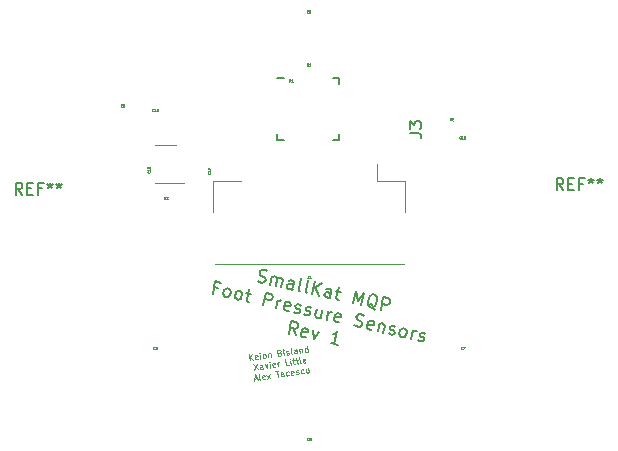
<source format=gbr>
G04 #@! TF.GenerationSoftware,KiCad,Pcbnew,5.0.1-33cea8e~67~ubuntu16.04.1*
G04 #@! TF.CreationDate,2018-10-18T10:50:00-04:00*
G04 #@! TF.ProjectId,MQP Kat Foot Sensors,4D5150204B617420466F6F742053656E,rev?*
G04 #@! TF.SameCoordinates,Original*
G04 #@! TF.FileFunction,Legend,Top*
G04 #@! TF.FilePolarity,Positive*
%FSLAX46Y46*%
G04 Gerber Fmt 4.6, Leading zero omitted, Abs format (unit mm)*
G04 Created by KiCad (PCBNEW 5.0.1-33cea8e~67~ubuntu16.04.1) date Thu 18 Oct 2018 10:50:00 AM EDT*
%MOMM*%
%LPD*%
G01*
G04 APERTURE LIST*
%ADD10C,0.125000*%
%ADD11C,0.200000*%
%ADD12C,0.150000*%
%ADD13C,0.120000*%
%ADD14C,0.050000*%
G04 APERTURE END LIST*
D10*
X-5036184Y-12641619D02*
X-5109225Y-12146983D01*
X-4753534Y-12599881D02*
X-5007259Y-12348535D01*
X-4826576Y-12105245D02*
X-5067487Y-12429632D01*
X-4356593Y-12517198D02*
X-4400223Y-12547708D01*
X-4494439Y-12561621D01*
X-4545026Y-12545023D01*
X-4575536Y-12501393D01*
X-4603361Y-12312960D01*
X-4586764Y-12262374D01*
X-4543134Y-12231864D01*
X-4448917Y-12217951D01*
X-4398331Y-12234549D01*
X-4367820Y-12278179D01*
X-4360864Y-12325287D01*
X-4589449Y-12407177D01*
X-4117574Y-12505970D02*
X-4166268Y-12176213D01*
X-4190615Y-12011334D02*
X-4210691Y-12038367D01*
X-4183659Y-12058442D01*
X-4163583Y-12031410D01*
X-4190615Y-12011334D01*
X-4183659Y-12058442D01*
X-3811370Y-12460754D02*
X-3861957Y-12444156D01*
X-3888989Y-12424081D01*
X-3919499Y-12380451D01*
X-3940368Y-12239126D01*
X-3923771Y-12188540D01*
X-3903695Y-12161507D01*
X-3860065Y-12130997D01*
X-3789402Y-12120562D01*
X-3738816Y-12137160D01*
X-3711784Y-12157236D01*
X-3681273Y-12200866D01*
X-3660404Y-12342191D01*
X-3677002Y-12392777D01*
X-3697078Y-12419809D01*
X-3740708Y-12450320D01*
X-3811370Y-12460754D01*
X-3483199Y-12075346D02*
X-3434505Y-12405104D01*
X-3476243Y-12122454D02*
X-3456167Y-12095422D01*
X-3412537Y-12064912D01*
X-3341874Y-12054477D01*
X-3291288Y-12071075D01*
X-3260778Y-12114705D01*
X-3222518Y-12373800D01*
X-2483492Y-11999925D02*
X-2409352Y-12013045D01*
X-2382319Y-12033121D01*
X-2351809Y-12076751D01*
X-2341374Y-12147413D01*
X-2357972Y-12198000D01*
X-2378048Y-12225032D01*
X-2421678Y-12255542D01*
X-2610111Y-12283368D01*
X-2683153Y-11788732D01*
X-2518274Y-11764384D01*
X-2467687Y-11780982D01*
X-2440655Y-11801058D01*
X-2410145Y-11844688D01*
X-2403188Y-11891796D01*
X-2419786Y-11942383D01*
X-2439862Y-11969415D01*
X-2483492Y-11999925D01*
X-2648371Y-12024273D01*
X-2115475Y-12210326D02*
X-2164169Y-11880569D01*
X-2188516Y-11715690D02*
X-2208592Y-11742722D01*
X-2181560Y-11762798D01*
X-2161484Y-11735766D01*
X-2188516Y-11715690D01*
X-2181560Y-11762798D01*
X-1906966Y-12155469D02*
X-1856380Y-12172066D01*
X-1762163Y-12158154D01*
X-1718533Y-12127643D01*
X-1701936Y-12077057D01*
X-1705414Y-12053503D01*
X-1735924Y-12009873D01*
X-1786511Y-11993275D01*
X-1857173Y-12003709D01*
X-1907759Y-11987112D01*
X-1938270Y-11943482D01*
X-1941748Y-11919928D01*
X-1925150Y-11869341D01*
X-1881520Y-11838831D01*
X-1810858Y-11828396D01*
X-1760271Y-11844994D01*
X-1408852Y-12105981D02*
X-1459438Y-12089383D01*
X-1489949Y-12045753D01*
X-1552556Y-11621780D01*
X-1008432Y-12046852D02*
X-1046692Y-11787757D01*
X-1077202Y-11744127D01*
X-1127789Y-11727529D01*
X-1222005Y-11741442D01*
X-1265635Y-11771953D01*
X-1011910Y-12023298D02*
X-1055540Y-12053809D01*
X-1173311Y-12071200D01*
X-1223897Y-12054602D01*
X-1254408Y-12010972D01*
X-1261364Y-11963864D01*
X-1244766Y-11913277D01*
X-1201136Y-11882767D01*
X-1083366Y-11865376D01*
X-1039736Y-11834865D01*
X-821585Y-11682313D02*
X-772891Y-12012071D01*
X-814629Y-11729421D02*
X-794553Y-11702389D01*
X-750923Y-11671879D01*
X-680261Y-11661444D01*
X-629674Y-11678042D01*
X-599164Y-11721672D01*
X-560904Y-11980767D01*
X-113376Y-11914682D02*
X-186418Y-11420046D01*
X-116854Y-11891128D02*
X-160484Y-11921638D01*
X-254701Y-11935551D01*
X-305287Y-11918953D01*
X-332319Y-11898877D01*
X-362830Y-11855247D01*
X-383699Y-11713923D01*
X-367101Y-11663336D01*
X-347025Y-11636304D01*
X-303395Y-11605794D01*
X-209179Y-11591881D01*
X-158592Y-11608479D01*
X-4710530Y-12972597D02*
X-4307731Y-13418539D01*
X-4380773Y-12923903D02*
X-4637489Y-13467233D01*
X-3907311Y-13359410D02*
X-3945571Y-13100315D01*
X-3976082Y-13056685D01*
X-4026668Y-13040087D01*
X-4120884Y-13054000D01*
X-4164514Y-13084510D01*
X-3910789Y-13335856D02*
X-3954420Y-13366366D01*
X-4072190Y-13383757D01*
X-4122776Y-13367159D01*
X-4153287Y-13323529D01*
X-4160243Y-13276421D01*
X-4143645Y-13225835D01*
X-4100015Y-13195324D01*
X-3982245Y-13177933D01*
X-3938615Y-13147423D01*
X-3767573Y-13001827D02*
X-3601108Y-13314194D01*
X-3532032Y-12967045D01*
X-3294905Y-13268978D02*
X-3343599Y-12939220D01*
X-3367946Y-12774341D02*
X-3388022Y-12801374D01*
X-3360990Y-12821450D01*
X-3340914Y-12794417D01*
X-3367946Y-12774341D01*
X-3360990Y-12821450D01*
X-2874409Y-13182816D02*
X-2918039Y-13213327D01*
X-3012255Y-13227239D01*
X-3062842Y-13210642D01*
X-3093352Y-13167012D01*
X-3121178Y-12978579D01*
X-3104580Y-12927992D01*
X-3060950Y-12897482D01*
X-2966733Y-12883569D01*
X-2916147Y-12900167D01*
X-2885637Y-12943797D01*
X-2878680Y-12990905D01*
X-3107265Y-13072795D01*
X-2635390Y-13171589D02*
X-2684084Y-12841831D01*
X-2670171Y-12936048D02*
X-2653574Y-12885461D01*
X-2633498Y-12858429D01*
X-2589868Y-12827919D01*
X-2542759Y-12820962D01*
X-1716780Y-13035940D02*
X-1952321Y-13070722D01*
X-2025362Y-12576086D01*
X-1551901Y-13011593D02*
X-1600595Y-12681836D01*
X-1624943Y-12516957D02*
X-1645018Y-12543989D01*
X-1617986Y-12564065D01*
X-1597910Y-12537033D01*
X-1624943Y-12516957D01*
X-1617986Y-12564065D01*
X-1435717Y-12657489D02*
X-1247284Y-12629663D01*
X-1389401Y-12482175D02*
X-1326794Y-12906149D01*
X-1296284Y-12949779D01*
X-1245698Y-12966377D01*
X-1198589Y-12959421D01*
X-1153067Y-12615750D02*
X-964635Y-12587925D01*
X-1106752Y-12440437D02*
X-1044145Y-12864411D01*
X-1013635Y-12908041D01*
X-963048Y-12924639D01*
X-915940Y-12917683D01*
X-680399Y-12882901D02*
X-730986Y-12866303D01*
X-761496Y-12822673D01*
X-824103Y-12398699D01*
X-307012Y-12803696D02*
X-350642Y-12834207D01*
X-444858Y-12848119D01*
X-495445Y-12831521D01*
X-525955Y-12787891D01*
X-553780Y-12599459D01*
X-537183Y-12548872D01*
X-493552Y-12518362D01*
X-399336Y-12504449D01*
X-348750Y-12521047D01*
X-318239Y-12564677D01*
X-311283Y-12611785D01*
X-539868Y-12693675D01*
X-4660082Y-14210651D02*
X-4424541Y-14175870D01*
X-4686321Y-14358932D02*
X-4594484Y-13839949D01*
X-4356564Y-14310238D01*
X-4121023Y-14275456D02*
X-4171609Y-14258859D01*
X-4202120Y-14215228D01*
X-4264727Y-13791255D01*
X-3747635Y-14196252D02*
X-3791265Y-14226762D01*
X-3885482Y-14240675D01*
X-3936068Y-14224077D01*
X-3966579Y-14180447D01*
X-3994404Y-13992014D01*
X-3977806Y-13941428D01*
X-3934176Y-13910917D01*
X-3839960Y-13897004D01*
X-3789373Y-13913602D01*
X-3758863Y-13957232D01*
X-3751907Y-14004341D01*
X-3980491Y-14086230D01*
X-3555724Y-14191980D02*
X-3345324Y-13823963D01*
X-3604419Y-13862223D02*
X-3296629Y-14153720D01*
X-2875035Y-13586043D02*
X-2592385Y-13544305D01*
X-2660668Y-14059810D02*
X-2733710Y-13565174D01*
X-2142478Y-13983290D02*
X-2180738Y-13724195D01*
X-2211248Y-13680565D01*
X-2261835Y-13663967D01*
X-2356051Y-13677880D01*
X-2399681Y-13708390D01*
X-2145956Y-13959736D02*
X-2189586Y-13990247D01*
X-2307357Y-14007637D01*
X-2357943Y-13991040D01*
X-2388454Y-13947410D01*
X-2395410Y-13900301D01*
X-2378812Y-13849715D01*
X-2335182Y-13819205D01*
X-2217412Y-13801814D01*
X-2173782Y-13771303D01*
X-1698428Y-13893651D02*
X-1742058Y-13924161D01*
X-1836275Y-13938074D01*
X-1886861Y-13921476D01*
X-1913893Y-13901400D01*
X-1944404Y-13857770D01*
X-1965273Y-13716446D01*
X-1948675Y-13665859D01*
X-1928599Y-13638827D01*
X-1884969Y-13608317D01*
X-1790753Y-13594404D01*
X-1740166Y-13611002D01*
X-1298009Y-13834522D02*
X-1341639Y-13865033D01*
X-1435855Y-13878945D01*
X-1486441Y-13862347D01*
X-1516952Y-13818717D01*
X-1544777Y-13630285D01*
X-1528179Y-13579698D01*
X-1484549Y-13549188D01*
X-1390333Y-13535275D01*
X-1339747Y-13551873D01*
X-1309236Y-13595503D01*
X-1302280Y-13642611D01*
X-1530865Y-13724501D01*
X-1086022Y-13803219D02*
X-1035435Y-13819816D01*
X-941219Y-13805904D01*
X-897589Y-13775393D01*
X-880991Y-13724807D01*
X-884469Y-13701253D01*
X-914980Y-13657623D01*
X-965566Y-13641025D01*
X-1036228Y-13651459D01*
X-1086815Y-13634862D01*
X-1117325Y-13591232D01*
X-1120803Y-13567678D01*
X-1104206Y-13517091D01*
X-1060576Y-13486581D01*
X-989913Y-13476146D01*
X-939327Y-13492744D01*
X-450061Y-13709308D02*
X-493691Y-13739819D01*
X-587907Y-13753731D01*
X-638494Y-13737133D01*
X-665526Y-13717057D01*
X-696036Y-13673427D01*
X-716905Y-13532103D01*
X-700308Y-13481516D01*
X-680232Y-13454484D01*
X-636602Y-13423974D01*
X-542385Y-13410061D01*
X-491799Y-13426659D01*
X-71303Y-13340498D02*
X-22609Y-13670255D01*
X-283290Y-13371801D02*
X-245030Y-13630896D01*
X-214520Y-13674526D01*
X-163933Y-13691124D01*
X-93271Y-13680690D01*
X-49641Y-13650179D01*
X-29565Y-13623147D01*
D11*
X-4355336Y-5936816D02*
X-4213703Y-6022710D01*
X-3958306Y-6080734D01*
X-3844543Y-6052865D01*
X-3781859Y-6013391D01*
X-3707570Y-5922837D01*
X-3684360Y-5820678D01*
X-3712229Y-5706915D01*
X-3751704Y-5644231D01*
X-3842257Y-5569942D01*
X-4034969Y-5472443D01*
X-4125523Y-5398154D01*
X-4164997Y-5335470D01*
X-4192867Y-5221706D01*
X-4169657Y-5119548D01*
X-4095368Y-5028994D01*
X-4032684Y-4989520D01*
X-3918920Y-4961650D01*
X-3663524Y-5019675D01*
X-3521891Y-5105569D01*
X-3294276Y-6231598D02*
X-3131807Y-5516489D01*
X-3155017Y-5618647D02*
X-3092333Y-5579173D01*
X-2978570Y-5551303D01*
X-2825332Y-5586118D01*
X-2734778Y-5660407D01*
X-2706909Y-5774171D01*
X-2834563Y-6336043D01*
X-2706909Y-5774171D02*
X-2632620Y-5683617D01*
X-2518856Y-5655748D01*
X-2365618Y-5690563D01*
X-2275065Y-5764852D01*
X-2247195Y-5878615D01*
X-2374850Y-6440487D01*
X-1404344Y-6660980D02*
X-1276690Y-6099109D01*
X-1304559Y-5985345D01*
X-1395113Y-5911056D01*
X-1599430Y-5864636D01*
X-1713193Y-5892506D01*
X-1392739Y-6609901D02*
X-1506502Y-6637770D01*
X-1761899Y-6579746D01*
X-1852452Y-6505457D01*
X-1880322Y-6391693D01*
X-1857112Y-6289535D01*
X-1782823Y-6198981D01*
X-1669059Y-6171112D01*
X-1413663Y-6229136D01*
X-1299900Y-6201267D01*
X-740314Y-6811844D02*
X-830867Y-6737555D01*
X-858737Y-6623792D01*
X-649848Y-5704365D01*
X-178442Y-6939498D02*
X-268995Y-6865209D01*
X-296865Y-6751446D01*
X-87976Y-5832019D01*
X230191Y-7032338D02*
X473895Y-5959674D01*
X843142Y-7171597D02*
X522688Y-6454202D01*
X1086846Y-6098933D02*
X334636Y-6572625D01*
X1762569Y-7380485D02*
X1890223Y-6818614D01*
X1862353Y-6704850D01*
X1771800Y-6630561D01*
X1567483Y-6584141D01*
X1453719Y-6612011D01*
X1774174Y-7329406D02*
X1660410Y-7357276D01*
X1405014Y-7299251D01*
X1314460Y-7224962D01*
X1286591Y-7111198D01*
X1309801Y-7009040D01*
X1384090Y-6918486D01*
X1497853Y-6890617D01*
X1753250Y-6948642D01*
X1867013Y-6920772D01*
X2282592Y-6746610D02*
X2691226Y-6839450D01*
X2517065Y-6423870D02*
X2308176Y-7343297D01*
X2336045Y-7457060D01*
X2426599Y-7531349D01*
X2528758Y-7554559D01*
X3703580Y-7821472D02*
X3947284Y-6748808D01*
X4130765Y-7596231D01*
X4662393Y-6911277D01*
X4418690Y-7983941D01*
X5621382Y-8364618D02*
X5530828Y-8290329D01*
X5451880Y-8164961D01*
X5333457Y-7976908D01*
X5242903Y-7902619D01*
X5140745Y-7879409D01*
X5133799Y-8146410D02*
X5043246Y-8072121D01*
X4964297Y-7946753D01*
X4959638Y-7730831D01*
X5040872Y-7373276D01*
X5138371Y-7180564D01*
X5263739Y-7101615D01*
X5377503Y-7073746D01*
X5581820Y-7120166D01*
X5672373Y-7194455D01*
X5751322Y-7319823D01*
X5755982Y-7535745D01*
X5674747Y-7893300D01*
X5577248Y-8086012D01*
X5451880Y-8164961D01*
X5338116Y-8192830D01*
X5133799Y-8146410D01*
X6053226Y-8355299D02*
X6296929Y-7282635D01*
X6705563Y-7375474D01*
X6796117Y-7449763D01*
X6835591Y-7512447D01*
X6863461Y-7626211D01*
X6828646Y-7779448D01*
X6754357Y-7870002D01*
X6691673Y-7909476D01*
X6577909Y-7937346D01*
X6169275Y-7844506D01*
X-7688367Y-6539556D02*
X-8045922Y-6458322D01*
X-8173576Y-7020194D02*
X-7929872Y-5947529D01*
X-7419080Y-6063579D01*
X-7100911Y-7263897D02*
X-7191465Y-7189608D01*
X-7230939Y-7126924D01*
X-7258809Y-7013160D01*
X-7189179Y-6706685D01*
X-7114890Y-6616131D01*
X-7052206Y-6576657D01*
X-6938443Y-6548787D01*
X-6785205Y-6583602D01*
X-6694651Y-6657891D01*
X-6655177Y-6720575D01*
X-6627307Y-6834339D01*
X-6696937Y-7140814D01*
X-6771226Y-7231368D01*
X-6833910Y-7270842D01*
X-6947674Y-7298712D01*
X-7100911Y-7263897D01*
X-6130406Y-7484390D02*
X-6220959Y-7410101D01*
X-6260434Y-7347417D01*
X-6288303Y-7233654D01*
X-6218673Y-6927178D01*
X-6144384Y-6836625D01*
X-6081700Y-6797150D01*
X-5967937Y-6769281D01*
X-5814699Y-6804096D01*
X-5724145Y-6878385D01*
X-5684671Y-6941069D01*
X-5656802Y-7054832D01*
X-5726431Y-7361308D01*
X-5800720Y-7451862D01*
X-5863404Y-7491336D01*
X-5977168Y-7519205D01*
X-6130406Y-7484390D01*
X-5303906Y-6920145D02*
X-4895272Y-7012984D01*
X-5069434Y-6597405D02*
X-5278323Y-7516831D01*
X-5250453Y-7630595D01*
X-5159900Y-7704884D01*
X-5057741Y-7728094D01*
X-3882919Y-7995007D02*
X-3639215Y-6922343D01*
X-3230581Y-7015182D01*
X-3140028Y-7089471D01*
X-3100553Y-7152155D01*
X-3072684Y-7265919D01*
X-3107499Y-7419157D01*
X-3181788Y-7509710D01*
X-3244472Y-7549184D01*
X-3358235Y-7577054D01*
X-3766869Y-7484214D01*
X-2810254Y-8238710D02*
X-2647785Y-7523601D01*
X-2694205Y-7727918D02*
X-2619916Y-7637364D01*
X-2557232Y-7597890D01*
X-2443468Y-7570021D01*
X-2341310Y-7593230D01*
X-1725985Y-8431334D02*
X-1839748Y-8459204D01*
X-2044065Y-8412784D01*
X-2134619Y-8338495D01*
X-2162488Y-8224732D01*
X-2069649Y-7816098D01*
X-1995360Y-7725544D01*
X-1881597Y-7697675D01*
X-1677280Y-7744094D01*
X-1586726Y-7818383D01*
X-1558857Y-7932147D01*
X-1582066Y-8034305D01*
X-2116069Y-8020415D01*
X-1266272Y-8535779D02*
X-1175718Y-8610068D01*
X-971401Y-8656488D01*
X-857638Y-8628618D01*
X-783349Y-8538065D01*
X-771744Y-8486985D01*
X-799613Y-8373222D01*
X-890167Y-8298933D01*
X-1043404Y-8264118D01*
X-1133958Y-8189829D01*
X-1161827Y-8076065D01*
X-1150223Y-8024986D01*
X-1075933Y-7934433D01*
X-962170Y-7906563D01*
X-808932Y-7941378D01*
X-718379Y-8015667D01*
X-397924Y-8733062D02*
X-307371Y-8807352D01*
X-103054Y-8853771D01*
X10709Y-8825902D01*
X84998Y-8735348D01*
X96603Y-8684269D01*
X68733Y-8570506D01*
X-21819Y-8496216D01*
X-175057Y-8461402D01*
X-265611Y-8387113D01*
X-293480Y-8273349D01*
X-281875Y-8222270D01*
X-207586Y-8131716D01*
X-93823Y-8103847D01*
X59414Y-8138662D01*
X149968Y-8212951D01*
X1132078Y-8382365D02*
X969609Y-9097475D01*
X672365Y-8277921D02*
X544711Y-8839792D01*
X572580Y-8953556D01*
X663134Y-9027845D01*
X816372Y-9062660D01*
X930135Y-9034790D01*
X992819Y-8995316D01*
X1480402Y-9213524D02*
X1642871Y-8498414D01*
X1596451Y-8702731D02*
X1670740Y-8612178D01*
X1733424Y-8572703D01*
X1847188Y-8544834D01*
X1949346Y-8568044D01*
X2564671Y-9406148D02*
X2450908Y-9434017D01*
X2246591Y-9387598D01*
X2156037Y-9313308D01*
X2128168Y-9199545D01*
X2221007Y-8790911D01*
X2295296Y-8700357D01*
X2409060Y-8672488D01*
X2613377Y-8718908D01*
X2703930Y-8793197D01*
X2731800Y-8906960D01*
X2708590Y-9009119D01*
X2174587Y-8995228D01*
X3841652Y-9696271D02*
X3983285Y-9782165D01*
X4238682Y-9840190D01*
X4352445Y-9812320D01*
X4415129Y-9772846D01*
X4489418Y-9682292D01*
X4512628Y-9580134D01*
X4484759Y-9466370D01*
X4445284Y-9403686D01*
X4354731Y-9329397D01*
X4162019Y-9231898D01*
X4071465Y-9157609D01*
X4031991Y-9094925D01*
X4004121Y-8981161D01*
X4027331Y-8879003D01*
X4101620Y-8788449D01*
X4164304Y-8748975D01*
X4278068Y-8721106D01*
X4533464Y-8779130D01*
X4675097Y-8865024D01*
X5322951Y-10032814D02*
X5209187Y-10060683D01*
X5004870Y-10014263D01*
X4914317Y-9939974D01*
X4886447Y-9826211D01*
X4979287Y-9417577D01*
X5053576Y-9327023D01*
X5167339Y-9299154D01*
X5371656Y-9345573D01*
X5462210Y-9419863D01*
X5490079Y-9533626D01*
X5466869Y-9635785D01*
X4932867Y-9621894D01*
X5984607Y-9484833D02*
X5822138Y-10199942D01*
X5961397Y-9586991D02*
X6024082Y-9547517D01*
X6137845Y-9519647D01*
X6291083Y-9554462D01*
X6381636Y-9628751D01*
X6409506Y-9742515D01*
X6281852Y-10304386D01*
X6753170Y-10357751D02*
X6843723Y-10432040D01*
X7048040Y-10478460D01*
X7161804Y-10450591D01*
X7236093Y-10360037D01*
X7247698Y-10308958D01*
X7219828Y-10195195D01*
X7129275Y-10120905D01*
X6976037Y-10086091D01*
X6885483Y-10011802D01*
X6857614Y-9898038D01*
X6869219Y-9846959D01*
X6943508Y-9756405D01*
X7057271Y-9728536D01*
X7210509Y-9763351D01*
X7301063Y-9837640D01*
X7814229Y-10652534D02*
X7723676Y-10578245D01*
X7684201Y-10515561D01*
X7656332Y-10401797D01*
X7725961Y-10095322D01*
X7800250Y-10004768D01*
X7862935Y-9965294D01*
X7976698Y-9937424D01*
X8129936Y-9972239D01*
X8220489Y-10046528D01*
X8259964Y-10109212D01*
X8287833Y-10222976D01*
X8218204Y-10529451D01*
X8143914Y-10620005D01*
X8081230Y-10659479D01*
X7967467Y-10687349D01*
X7814229Y-10652534D01*
X8631497Y-10838213D02*
X8793966Y-10123103D01*
X8747546Y-10327420D02*
X8821835Y-10236867D01*
X8884520Y-10197392D01*
X8998283Y-10169523D01*
X9100442Y-10192733D01*
X9256053Y-10926393D02*
X9346607Y-11000682D01*
X9550924Y-11047101D01*
X9664687Y-11019232D01*
X9738976Y-10928678D01*
X9750581Y-10877599D01*
X9722712Y-10763836D01*
X9632158Y-10689547D01*
X9478920Y-10654732D01*
X9388367Y-10580443D01*
X9360497Y-10466679D01*
X9372102Y-10415600D01*
X9446391Y-10325046D01*
X9560155Y-10297177D01*
X9713393Y-10331992D01*
X9803946Y-10406281D01*
X-1125870Y-10518538D02*
X-1367375Y-9926511D01*
X-1738821Y-10379279D02*
X-1495118Y-9306615D01*
X-1086484Y-9399454D01*
X-995930Y-9473743D01*
X-956456Y-9536427D01*
X-928586Y-9650191D01*
X-963401Y-9803429D01*
X-1037690Y-9893982D01*
X-1100374Y-9933457D01*
X-1214138Y-9961326D01*
X-1622772Y-9868487D01*
X-245918Y-10664743D02*
X-359681Y-10692612D01*
X-563998Y-10646192D01*
X-654552Y-10571903D01*
X-682421Y-10458140D01*
X-589582Y-10049506D01*
X-515293Y-9958952D01*
X-401529Y-9931083D01*
X-197212Y-9977502D01*
X-106659Y-10051792D01*
X-78789Y-10165555D01*
X-101999Y-10267713D01*
X-636001Y-10253823D01*
X313579Y-10093552D02*
X406507Y-10866686D01*
X824372Y-10209601D01*
X2449677Y-11330883D02*
X1836726Y-11191624D01*
X2143201Y-11261253D02*
X2386905Y-10188589D01*
X2249931Y-10318617D01*
X2124563Y-10397565D01*
X2010799Y-10425435D01*
D12*
G04 #@! TO.C,U1*
X2575000Y11275000D02*
X2575000Y10750000D01*
X-2675000Y6025000D02*
X-2675000Y6550000D01*
X2575000Y6025000D02*
X2575000Y6550000D01*
X-2675000Y11275000D02*
X-2150000Y11275000D01*
X-2675000Y6025000D02*
X-2150000Y6025000D01*
X2575000Y6025000D02*
X2050000Y6025000D01*
X2575000Y11275000D02*
X2050000Y11275000D01*
D13*
G04 #@! TO.C,J1*
X8110000Y-90000D02*
X8110000Y2560000D01*
X8110000Y2560000D02*
X5760000Y2560000D01*
X5760000Y2560000D02*
X5760000Y3950000D01*
X-8110000Y-90000D02*
X-8110000Y2560000D01*
X-8110000Y2560000D02*
X-5760000Y2560000D01*
X8000000Y-4510000D02*
X-8000000Y-4510000D01*
G04 #@! TO.C,U2*
X-11240000Y5600000D02*
X-13040000Y5600000D01*
X-13040000Y2380000D02*
X-10590000Y2380000D01*
G04 #@! TO.C,REF\002A\002A*
D12*
X21526666Y1767619D02*
X21193333Y2243809D01*
X20955238Y1767619D02*
X20955238Y2767619D01*
X21336190Y2767619D01*
X21431428Y2720000D01*
X21479047Y2672380D01*
X21526666Y2577142D01*
X21526666Y2434285D01*
X21479047Y2339047D01*
X21431428Y2291428D01*
X21336190Y2243809D01*
X20955238Y2243809D01*
X21955238Y2291428D02*
X22288571Y2291428D01*
X22431428Y1767619D02*
X21955238Y1767619D01*
X21955238Y2767619D01*
X22431428Y2767619D01*
X23193333Y2291428D02*
X22860000Y2291428D01*
X22860000Y1767619D02*
X22860000Y2767619D01*
X23336190Y2767619D01*
X23860000Y2767619D02*
X23860000Y2529523D01*
X23621904Y2624761D02*
X23860000Y2529523D01*
X24098095Y2624761D01*
X23717142Y2339047D02*
X23860000Y2529523D01*
X24002857Y2339047D01*
X24621904Y2767619D02*
X24621904Y2529523D01*
X24383809Y2624761D02*
X24621904Y2529523D01*
X24860000Y2624761D01*
X24479047Y2339047D02*
X24621904Y2529523D01*
X24764761Y2339047D01*
G04 #@! TO.C,J2*
D14*
X11968476Y7679333D02*
X12111333Y7679333D01*
X12139904Y7669809D01*
X12158952Y7650761D01*
X12168476Y7622190D01*
X12168476Y7603142D01*
X11987523Y7765047D02*
X11978000Y7774571D01*
X11968476Y7793619D01*
X11968476Y7841238D01*
X11978000Y7860285D01*
X11987523Y7869809D01*
X12006571Y7879333D01*
X12025619Y7879333D01*
X12054190Y7869809D01*
X12168476Y7755523D01*
X12168476Y7879333D01*
G04 #@! TO.C,C3*
X-13068333Y-11711428D02*
X-13077857Y-11720952D01*
X-13106428Y-11730476D01*
X-13125476Y-11730476D01*
X-13154047Y-11720952D01*
X-13173095Y-11701904D01*
X-13182619Y-11682857D01*
X-13192142Y-11644761D01*
X-13192142Y-11616190D01*
X-13182619Y-11578095D01*
X-13173095Y-11559047D01*
X-13154047Y-11540000D01*
X-13125476Y-11530476D01*
X-13106428Y-11530476D01*
X-13077857Y-11540000D01*
X-13068333Y-11549523D01*
X-13001666Y-11530476D02*
X-12877857Y-11530476D01*
X-12944523Y-11606666D01*
X-12915952Y-11606666D01*
X-12896904Y-11616190D01*
X-12887380Y-11625714D01*
X-12877857Y-11644761D01*
X-12877857Y-11692380D01*
X-12887380Y-11711428D01*
X-12896904Y-11720952D01*
X-12915952Y-11730476D01*
X-12973095Y-11730476D01*
X-12992142Y-11720952D01*
X-13001666Y-11711428D01*
G04 #@! TO.C,C5*
X-58333Y-19371428D02*
X-67857Y-19380952D01*
X-96428Y-19390476D01*
X-115476Y-19390476D01*
X-144047Y-19380952D01*
X-163095Y-19361904D01*
X-172619Y-19342857D01*
X-182142Y-19304761D01*
X-182142Y-19276190D01*
X-172619Y-19238095D01*
X-163095Y-19219047D01*
X-144047Y-19200000D01*
X-115476Y-19190476D01*
X-96428Y-19190476D01*
X-67857Y-19200000D01*
X-58333Y-19209523D01*
X122619Y-19190476D02*
X27380Y-19190476D01*
X17857Y-19285714D01*
X27380Y-19276190D01*
X46428Y-19266666D01*
X94047Y-19266666D01*
X113095Y-19276190D01*
X122619Y-19285714D01*
X132142Y-19304761D01*
X132142Y-19352380D01*
X122619Y-19371428D01*
X113095Y-19380952D01*
X94047Y-19390476D01*
X46428Y-19390476D01*
X27380Y-19380952D01*
X17857Y-19371428D01*
G04 #@! TO.C,C7*
X12961666Y-11671428D02*
X12952142Y-11680952D01*
X12923571Y-11690476D01*
X12904523Y-11690476D01*
X12875952Y-11680952D01*
X12856904Y-11661904D01*
X12847380Y-11642857D01*
X12837857Y-11604761D01*
X12837857Y-11576190D01*
X12847380Y-11538095D01*
X12856904Y-11519047D01*
X12875952Y-11500000D01*
X12904523Y-11490476D01*
X12923571Y-11490476D01*
X12952142Y-11500000D01*
X12961666Y-11509523D01*
X13028333Y-11490476D02*
X13161666Y-11490476D01*
X13075952Y-11690476D01*
G04 #@! TO.C,C8*
X-83333Y16788571D02*
X-92857Y16779047D01*
X-121428Y16769523D01*
X-140476Y16769523D01*
X-169047Y16779047D01*
X-188095Y16798095D01*
X-197619Y16817142D01*
X-207142Y16855238D01*
X-207142Y16883809D01*
X-197619Y16921904D01*
X-188095Y16940952D01*
X-169047Y16960000D01*
X-140476Y16969523D01*
X-121428Y16969523D01*
X-92857Y16960000D01*
X-83333Y16950476D01*
X30952Y16883809D02*
X11904Y16893333D01*
X2380Y16902857D01*
X-7142Y16921904D01*
X-7142Y16931428D01*
X2380Y16950476D01*
X11904Y16960000D01*
X30952Y16969523D01*
X69047Y16969523D01*
X88095Y16960000D01*
X97619Y16950476D01*
X107142Y16931428D01*
X107142Y16921904D01*
X97619Y16902857D01*
X88095Y16893333D01*
X69047Y16883809D01*
X30952Y16883809D01*
X11904Y16874285D01*
X2380Y16864761D01*
X-7142Y16845714D01*
X-7142Y16807619D01*
X2380Y16788571D01*
X11904Y16779047D01*
X30952Y16769523D01*
X69047Y16769523D01*
X88095Y16779047D01*
X97619Y16788571D01*
X107142Y16807619D01*
X107142Y16845714D01*
X97619Y16864761D01*
X88095Y16874285D01*
X69047Y16883809D01*
G04 #@! TO.C,C9*
X-15728571Y8881666D02*
X-15719047Y8872142D01*
X-15709523Y8843571D01*
X-15709523Y8824523D01*
X-15719047Y8795952D01*
X-15738095Y8776904D01*
X-15757142Y8767380D01*
X-15795238Y8757857D01*
X-15823809Y8757857D01*
X-15861904Y8767380D01*
X-15880952Y8776904D01*
X-15900000Y8795952D01*
X-15909523Y8824523D01*
X-15909523Y8843571D01*
X-15900000Y8872142D01*
X-15890476Y8881666D01*
X-15709523Y8976904D02*
X-15709523Y9015000D01*
X-15719047Y9034047D01*
X-15728571Y9043571D01*
X-15757142Y9062619D01*
X-15795238Y9072142D01*
X-15871428Y9072142D01*
X-15890476Y9062619D01*
X-15900000Y9053095D01*
X-15909523Y9034047D01*
X-15909523Y8995952D01*
X-15900000Y8976904D01*
X-15890476Y8967380D01*
X-15871428Y8957857D01*
X-15823809Y8957857D01*
X-15804761Y8967380D01*
X-15795238Y8976904D01*
X-15785714Y8995952D01*
X-15785714Y9034047D01*
X-15795238Y9053095D01*
X-15804761Y9062619D01*
X-15823809Y9072142D01*
G04 #@! TO.C,C13*
X12826428Y6148571D02*
X12816904Y6139047D01*
X12788333Y6129523D01*
X12769285Y6129523D01*
X12740714Y6139047D01*
X12721666Y6158095D01*
X12712142Y6177142D01*
X12702619Y6215238D01*
X12702619Y6243809D01*
X12712142Y6281904D01*
X12721666Y6300952D01*
X12740714Y6320000D01*
X12769285Y6329523D01*
X12788333Y6329523D01*
X12816904Y6320000D01*
X12826428Y6310476D01*
X13016904Y6129523D02*
X12902619Y6129523D01*
X12959761Y6129523D02*
X12959761Y6329523D01*
X12940714Y6300952D01*
X12921666Y6281904D01*
X12902619Y6272380D01*
X13083571Y6329523D02*
X13207380Y6329523D01*
X13140714Y6253333D01*
X13169285Y6253333D01*
X13188333Y6243809D01*
X13197857Y6234285D01*
X13207380Y6215238D01*
X13207380Y6167619D01*
X13197857Y6148571D01*
X13188333Y6139047D01*
X13169285Y6129523D01*
X13112142Y6129523D01*
X13093095Y6139047D01*
X13083571Y6148571D01*
G04 #@! TO.C,C16*
X-13163571Y8478571D02*
X-13173095Y8469047D01*
X-13201666Y8459523D01*
X-13220714Y8459523D01*
X-13249285Y8469047D01*
X-13268333Y8488095D01*
X-13277857Y8507142D01*
X-13287380Y8545238D01*
X-13287380Y8573809D01*
X-13277857Y8611904D01*
X-13268333Y8630952D01*
X-13249285Y8650000D01*
X-13220714Y8659523D01*
X-13201666Y8659523D01*
X-13173095Y8650000D01*
X-13163571Y8640476D01*
X-12973095Y8459523D02*
X-13087380Y8459523D01*
X-13030238Y8459523D02*
X-13030238Y8659523D01*
X-13049285Y8630952D01*
X-13068333Y8611904D01*
X-13087380Y8602380D01*
X-12801666Y8659523D02*
X-12839761Y8659523D01*
X-12858809Y8650000D01*
X-12868333Y8640476D01*
X-12887380Y8611904D01*
X-12896904Y8573809D01*
X-12896904Y8497619D01*
X-12887380Y8478571D01*
X-12877857Y8469047D01*
X-12858809Y8459523D01*
X-12820714Y8459523D01*
X-12801666Y8469047D01*
X-12792142Y8478571D01*
X-12782619Y8497619D01*
X-12782619Y8545238D01*
X-12792142Y8564285D01*
X-12801666Y8573809D01*
X-12820714Y8583333D01*
X-12858809Y8583333D01*
X-12877857Y8573809D01*
X-12887380Y8564285D01*
X-12896904Y8545238D01*
G04 #@! TO.C,R1*
X-1568333Y10939523D02*
X-1635000Y11034761D01*
X-1682619Y10939523D02*
X-1682619Y11139523D01*
X-1606428Y11139523D01*
X-1587380Y11130000D01*
X-1577857Y11120476D01*
X-1568333Y11101428D01*
X-1568333Y11072857D01*
X-1577857Y11053809D01*
X-1587380Y11044285D01*
X-1606428Y11034761D01*
X-1682619Y11034761D01*
X-1377857Y10939523D02*
X-1492142Y10939523D01*
X-1435000Y10939523D02*
X-1435000Y11139523D01*
X-1454047Y11110952D01*
X-1473095Y11091904D01*
X-1492142Y11082380D01*
G04 #@! TO.C,U1*
X-202380Y12509523D02*
X-202380Y12347619D01*
X-192857Y12328571D01*
X-183333Y12319047D01*
X-164285Y12309523D01*
X-126190Y12309523D01*
X-107142Y12319047D01*
X-97619Y12328571D01*
X-88095Y12347619D01*
X-88095Y12509523D01*
X111904Y12309523D02*
X-2380Y12309523D01*
X54761Y12309523D02*
X54761Y12509523D01*
X35714Y12480952D01*
X16666Y12461904D01*
X-2380Y12452380D01*
G04 #@! TO.C,J1*
X-66666Y-5490476D02*
X-66666Y-5633333D01*
X-76190Y-5661904D01*
X-95238Y-5680952D01*
X-123809Y-5690476D01*
X-142857Y-5690476D01*
X133333Y-5690476D02*
X19047Y-5690476D01*
X76190Y-5690476D02*
X76190Y-5490476D01*
X57142Y-5519047D01*
X38095Y-5538095D01*
X19047Y-5547619D01*
G04 #@! TO.C,C17*
X-8398571Y3261428D02*
X-8389047Y3251904D01*
X-8379523Y3223333D01*
X-8379523Y3204285D01*
X-8389047Y3175714D01*
X-8408095Y3156666D01*
X-8427142Y3147142D01*
X-8465238Y3137619D01*
X-8493809Y3137619D01*
X-8531904Y3147142D01*
X-8550952Y3156666D01*
X-8570000Y3175714D01*
X-8579523Y3204285D01*
X-8579523Y3223333D01*
X-8570000Y3251904D01*
X-8560476Y3261428D01*
X-8379523Y3451904D02*
X-8379523Y3337619D01*
X-8379523Y3394761D02*
X-8579523Y3394761D01*
X-8550952Y3375714D01*
X-8531904Y3356666D01*
X-8522380Y3337619D01*
X-8579523Y3518571D02*
X-8579523Y3651904D01*
X-8379523Y3566190D01*
G04 #@! TO.C,C18*
X-13498571Y3361428D02*
X-13489047Y3351904D01*
X-13479523Y3323333D01*
X-13479523Y3304285D01*
X-13489047Y3275714D01*
X-13508095Y3256666D01*
X-13527142Y3247142D01*
X-13565238Y3237619D01*
X-13593809Y3237619D01*
X-13631904Y3247142D01*
X-13650952Y3256666D01*
X-13670000Y3275714D01*
X-13679523Y3304285D01*
X-13679523Y3323333D01*
X-13670000Y3351904D01*
X-13660476Y3361428D01*
X-13479523Y3551904D02*
X-13479523Y3437619D01*
X-13479523Y3494761D02*
X-13679523Y3494761D01*
X-13650952Y3475714D01*
X-13631904Y3456666D01*
X-13622380Y3437619D01*
X-13593809Y3666190D02*
X-13603333Y3647142D01*
X-13612857Y3637619D01*
X-13631904Y3628095D01*
X-13641428Y3628095D01*
X-13660476Y3637619D01*
X-13670000Y3647142D01*
X-13679523Y3666190D01*
X-13679523Y3704285D01*
X-13670000Y3723333D01*
X-13660476Y3732857D01*
X-13641428Y3742380D01*
X-13631904Y3742380D01*
X-13612857Y3732857D01*
X-13603333Y3723333D01*
X-13593809Y3704285D01*
X-13593809Y3666190D01*
X-13584285Y3647142D01*
X-13574761Y3637619D01*
X-13555714Y3628095D01*
X-13517619Y3628095D01*
X-13498571Y3637619D01*
X-13489047Y3647142D01*
X-13479523Y3666190D01*
X-13479523Y3704285D01*
X-13489047Y3723333D01*
X-13498571Y3732857D01*
X-13517619Y3742380D01*
X-13555714Y3742380D01*
X-13574761Y3732857D01*
X-13584285Y3723333D01*
X-13593809Y3704285D01*
G04 #@! TO.C,U2*
X-12292380Y1199523D02*
X-12292380Y1037619D01*
X-12282857Y1018571D01*
X-12273333Y1009047D01*
X-12254285Y999523D01*
X-12216190Y999523D01*
X-12197142Y1009047D01*
X-12187619Y1018571D01*
X-12178095Y1037619D01*
X-12178095Y1199523D01*
X-12092380Y1180476D02*
X-12082857Y1190000D01*
X-12063809Y1199523D01*
X-12016190Y1199523D01*
X-11997142Y1190000D01*
X-11987619Y1180476D01*
X-11978095Y1161428D01*
X-11978095Y1142380D01*
X-11987619Y1113809D01*
X-12101904Y999523D01*
X-11978095Y999523D01*
G04 #@! TO.C,J3*
D12*
X8510380Y6572666D02*
X9224666Y6572666D01*
X9367523Y6525047D01*
X9462761Y6429809D01*
X9510380Y6286952D01*
X9510380Y6191714D01*
X8510380Y6953619D02*
X8510380Y7572666D01*
X8891333Y7239333D01*
X8891333Y7382190D01*
X8938952Y7477428D01*
X8986571Y7525047D01*
X9081809Y7572666D01*
X9319904Y7572666D01*
X9415142Y7525047D01*
X9462761Y7477428D01*
X9510380Y7382190D01*
X9510380Y7096476D01*
X9462761Y7001238D01*
X9415142Y6953619D01*
G04 #@! TO.C,REF\002A\002A*
X-24273333Y1387619D02*
X-24606666Y1863809D01*
X-24844761Y1387619D02*
X-24844761Y2387619D01*
X-24463809Y2387619D01*
X-24368571Y2340000D01*
X-24320952Y2292380D01*
X-24273333Y2197142D01*
X-24273333Y2054285D01*
X-24320952Y1959047D01*
X-24368571Y1911428D01*
X-24463809Y1863809D01*
X-24844761Y1863809D01*
X-23844761Y1911428D02*
X-23511428Y1911428D01*
X-23368571Y1387619D02*
X-23844761Y1387619D01*
X-23844761Y2387619D01*
X-23368571Y2387619D01*
X-22606666Y1911428D02*
X-22940000Y1911428D01*
X-22940000Y1387619D02*
X-22940000Y2387619D01*
X-22463809Y2387619D01*
X-21940000Y2387619D02*
X-21940000Y2149523D01*
X-22178095Y2244761D02*
X-21940000Y2149523D01*
X-21701904Y2244761D01*
X-22082857Y1959047D02*
X-21940000Y2149523D01*
X-21797142Y1959047D01*
X-21178095Y2387619D02*
X-21178095Y2149523D01*
X-21416190Y2244761D02*
X-21178095Y2149523D01*
X-20940000Y2244761D01*
X-21320952Y1959047D02*
X-21178095Y2149523D01*
X-21035238Y1959047D01*
G04 #@! TD*
M02*

</source>
